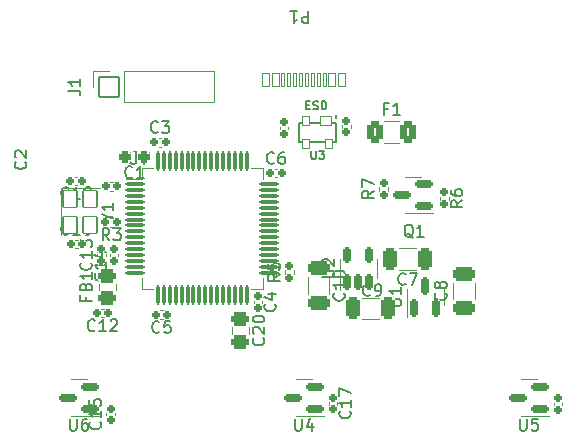
<source format=gbr>
%TF.GenerationSoftware,KiCad,Pcbnew,(7.0.0-0)*%
%TF.CreationDate,2023-04-23T13:28:51-05:00*%
%TF.ProjectId,STM32,53544d33-322e-46b6-9963-61645f706362,REV1*%
%TF.SameCoordinates,Original*%
%TF.FileFunction,Legend,Top*%
%TF.FilePolarity,Positive*%
%FSLAX46Y46*%
G04 Gerber Fmt 4.6, Leading zero omitted, Abs format (unit mm)*
G04 Created by KiCad (PCBNEW (7.0.0-0)) date 2023-04-23 13:28:51*
%MOMM*%
%LPD*%
G01*
G04 APERTURE LIST*
G04 Aperture macros list*
%AMRoundRect*
0 Rectangle with rounded corners*
0 $1 Rounding radius*
0 $2 $3 $4 $5 $6 $7 $8 $9 X,Y pos of 4 corners*
0 Add a 4 corners polygon primitive as box body*
4,1,4,$2,$3,$4,$5,$6,$7,$8,$9,$2,$3,0*
0 Add four circle primitives for the rounded corners*
1,1,$1+$1,$2,$3*
1,1,$1+$1,$4,$5*
1,1,$1+$1,$6,$7*
1,1,$1+$1,$8,$9*
0 Add four rect primitives between the rounded corners*
20,1,$1+$1,$2,$3,$4,$5,0*
20,1,$1+$1,$4,$5,$6,$7,0*
20,1,$1+$1,$6,$7,$8,$9,0*
20,1,$1+$1,$8,$9,$2,$3,0*%
G04 Aperture macros list end*
%ADD10C,0.150000*%
%ADD11C,0.120000*%
%ADD12RoundRect,0.301000X0.475000X-0.250000X0.475000X0.250000X-0.475000X0.250000X-0.475000X-0.250000X0*%
%ADD13RoundRect,0.276000X0.225000X0.250000X-0.225000X0.250000X-0.225000X-0.250000X0.225000X-0.250000X0*%
%ADD14RoundRect,0.191000X0.140000X0.170000X-0.140000X0.170000X-0.140000X-0.170000X0.140000X-0.170000X0*%
%ADD15RoundRect,0.191000X-0.140000X-0.170000X0.140000X-0.170000X0.140000X0.170000X-0.140000X0.170000X0*%
%ADD16RoundRect,0.186000X-0.185000X0.135000X-0.185000X-0.135000X0.185000X-0.135000X0.185000X0.135000X0*%
%ADD17RoundRect,0.051000X0.300000X0.575000X-0.300000X0.575000X-0.300000X-0.575000X0.300000X-0.575000X0*%
%ADD18RoundRect,0.051000X0.150000X0.575000X-0.150000X0.575000X-0.150000X-0.575000X0.150000X-0.575000X0*%
%ADD19O,1.102000X1.902000*%
%ADD20O,1.102000X2.302000*%
%ADD21RoundRect,0.201000X0.587500X0.150000X-0.587500X0.150000X-0.587500X-0.150000X0.587500X-0.150000X0*%
%ADD22RoundRect,0.201000X0.150000X-0.587500X0.150000X0.587500X-0.150000X0.587500X-0.150000X-0.587500X0*%
%ADD23RoundRect,0.051000X-0.600000X0.700000X-0.600000X-0.700000X0.600000X-0.700000X0.600000X0.700000X0*%
%ADD24RoundRect,0.050000X0.500000X0.350000X-0.500000X0.350000X-0.500000X-0.350000X0.500000X-0.350000X0*%
%ADD25RoundRect,0.050000X0.300000X0.350000X-0.300000X0.350000X-0.300000X-0.350000X0.300000X-0.350000X0*%
%ADD26RoundRect,0.301000X-0.325000X-0.650000X0.325000X-0.650000X0.325000X0.650000X-0.325000X0.650000X0*%
%ADD27RoundRect,0.191000X-0.170000X0.140000X-0.170000X-0.140000X0.170000X-0.140000X0.170000X0.140000X0*%
%ADD28RoundRect,0.301000X0.325000X0.650000X-0.325000X0.650000X-0.325000X-0.650000X0.325000X-0.650000X0*%
%ADD29RoundRect,0.191000X0.170000X-0.140000X0.170000X0.140000X-0.170000X0.140000X-0.170000X-0.140000X0*%
%ADD30RoundRect,0.301000X-0.650000X0.325000X-0.650000X-0.325000X0.650000X-0.325000X0.650000X0.325000X0*%
%ADD31RoundRect,0.186000X0.135000X0.185000X-0.135000X0.185000X-0.135000X-0.185000X0.135000X-0.185000X0*%
%ADD32RoundRect,0.186000X0.185000X-0.135000X0.185000X0.135000X-0.185000X0.135000X-0.185000X-0.135000X0*%
%ADD33RoundRect,0.301000X0.650000X-0.325000X0.650000X0.325000X-0.650000X0.325000X-0.650000X-0.325000X0*%
%ADD34RoundRect,0.126000X-0.700000X-0.075000X0.700000X-0.075000X0.700000X0.075000X-0.700000X0.075000X0*%
%ADD35RoundRect,0.126000X-0.075000X-0.700000X0.075000X-0.700000X0.075000X0.700000X-0.075000X0.700000X0*%
%ADD36RoundRect,0.051000X0.850000X-0.850000X0.850000X0.850000X-0.850000X0.850000X-0.850000X-0.850000X0*%
%ADD37O,1.802000X1.802000*%
%ADD38RoundRect,0.301000X-0.375000X-0.625000X0.375000X-0.625000X0.375000X0.625000X-0.375000X0.625000X0*%
%ADD39RoundRect,0.301000X-0.475000X0.250000X-0.475000X-0.250000X0.475000X-0.250000X0.475000X0.250000X0*%
%ADD40RoundRect,0.201000X0.150000X-0.512500X0.150000X0.512500X-0.150000X0.512500X-0.150000X-0.512500X0*%
%ADD41C,4.402000*%
%ADD42C,1.802000*%
%ADD43C,6.502000*%
G04 APERTURE END LIST*
D10*
%TO.C,FB1*%
X-18466429Y8576667D02*
X-18466429Y8243334D01*
X-17942620Y8243334D02*
X-18942620Y8243334D01*
X-18942620Y8243334D02*
X-18942620Y8719524D01*
X-18466429Y9433810D02*
X-18418810Y9576667D01*
X-18418810Y9576667D02*
X-18371191Y9624286D01*
X-18371191Y9624286D02*
X-18275953Y9671905D01*
X-18275953Y9671905D02*
X-18133096Y9671905D01*
X-18133096Y9671905D02*
X-18037858Y9624286D01*
X-18037858Y9624286D02*
X-17990239Y9576667D01*
X-17990239Y9576667D02*
X-17942620Y9481429D01*
X-17942620Y9481429D02*
X-17942620Y9100477D01*
X-17942620Y9100477D02*
X-18942620Y9100477D01*
X-18942620Y9100477D02*
X-18942620Y9433810D01*
X-18942620Y9433810D02*
X-18895000Y9529048D01*
X-18895000Y9529048D02*
X-18847381Y9576667D01*
X-18847381Y9576667D02*
X-18752143Y9624286D01*
X-18752143Y9624286D02*
X-18656905Y9624286D01*
X-18656905Y9624286D02*
X-18561667Y9576667D01*
X-18561667Y9576667D02*
X-18514048Y9529048D01*
X-18514048Y9529048D02*
X-18466429Y9433810D01*
X-18466429Y9433810D02*
X-18466429Y9100477D01*
X-17942620Y10624286D02*
X-17942620Y10052858D01*
X-17942620Y10338572D02*
X-18942620Y10338572D01*
X-18942620Y10338572D02*
X-18799762Y10243334D01*
X-18799762Y10243334D02*
X-18704524Y10148096D01*
X-18704524Y10148096D02*
X-18656905Y10052858D01*
%TO.C,C1*%
X-14516667Y18697858D02*
X-14564286Y18650239D01*
X-14564286Y18650239D02*
X-14707143Y18602620D01*
X-14707143Y18602620D02*
X-14802381Y18602620D01*
X-14802381Y18602620D02*
X-14945238Y18650239D01*
X-14945238Y18650239D02*
X-15040476Y18745477D01*
X-15040476Y18745477D02*
X-15088095Y18840715D01*
X-15088095Y18840715D02*
X-15135714Y19031191D01*
X-15135714Y19031191D02*
X-15135714Y19174048D01*
X-15135714Y19174048D02*
X-15088095Y19364524D01*
X-15088095Y19364524D02*
X-15040476Y19459762D01*
X-15040476Y19459762D02*
X-14945238Y19555000D01*
X-14945238Y19555000D02*
X-14802381Y19602620D01*
X-14802381Y19602620D02*
X-14707143Y19602620D01*
X-14707143Y19602620D02*
X-14564286Y19555000D01*
X-14564286Y19555000D02*
X-14516667Y19507381D01*
X-13564286Y18602620D02*
X-14135714Y18602620D01*
X-13850000Y18602620D02*
X-13850000Y19602620D01*
X-13850000Y19602620D02*
X-13945238Y19459762D01*
X-13945238Y19459762D02*
X-14040476Y19364524D01*
X-14040476Y19364524D02*
X-14135714Y19316905D01*
%TO.C,C12*%
X-17692858Y5742858D02*
X-17740477Y5695239D01*
X-17740477Y5695239D02*
X-17883334Y5647620D01*
X-17883334Y5647620D02*
X-17978572Y5647620D01*
X-17978572Y5647620D02*
X-18121429Y5695239D01*
X-18121429Y5695239D02*
X-18216667Y5790477D01*
X-18216667Y5790477D02*
X-18264286Y5885715D01*
X-18264286Y5885715D02*
X-18311905Y6076191D01*
X-18311905Y6076191D02*
X-18311905Y6219048D01*
X-18311905Y6219048D02*
X-18264286Y6409524D01*
X-18264286Y6409524D02*
X-18216667Y6504762D01*
X-18216667Y6504762D02*
X-18121429Y6600000D01*
X-18121429Y6600000D02*
X-17978572Y6647620D01*
X-17978572Y6647620D02*
X-17883334Y6647620D01*
X-17883334Y6647620D02*
X-17740477Y6600000D01*
X-17740477Y6600000D02*
X-17692858Y6552381D01*
X-16740477Y5647620D02*
X-17311905Y5647620D01*
X-17026191Y5647620D02*
X-17026191Y6647620D01*
X-17026191Y6647620D02*
X-17121429Y6504762D01*
X-17121429Y6504762D02*
X-17216667Y6409524D01*
X-17216667Y6409524D02*
X-17311905Y6361905D01*
X-16359524Y6552381D02*
X-16311905Y6600000D01*
X-16311905Y6600000D02*
X-16216667Y6647620D01*
X-16216667Y6647620D02*
X-15978572Y6647620D01*
X-15978572Y6647620D02*
X-15883334Y6600000D01*
X-15883334Y6600000D02*
X-15835715Y6552381D01*
X-15835715Y6552381D02*
X-15788096Y6457143D01*
X-15788096Y6457143D02*
X-15788096Y6361905D01*
X-15788096Y6361905D02*
X-15835715Y6219048D01*
X-15835715Y6219048D02*
X-16407143Y5647620D01*
X-16407143Y5647620D02*
X-15788096Y5647620D01*
%TO.C,C19*%
X-19912858Y13927858D02*
X-19960477Y13880239D01*
X-19960477Y13880239D02*
X-20103334Y13832620D01*
X-20103334Y13832620D02*
X-20198572Y13832620D01*
X-20198572Y13832620D02*
X-20341429Y13880239D01*
X-20341429Y13880239D02*
X-20436667Y13975477D01*
X-20436667Y13975477D02*
X-20484286Y14070715D01*
X-20484286Y14070715D02*
X-20531905Y14261191D01*
X-20531905Y14261191D02*
X-20531905Y14404048D01*
X-20531905Y14404048D02*
X-20484286Y14594524D01*
X-20484286Y14594524D02*
X-20436667Y14689762D01*
X-20436667Y14689762D02*
X-20341429Y14785000D01*
X-20341429Y14785000D02*
X-20198572Y14832620D01*
X-20198572Y14832620D02*
X-20103334Y14832620D01*
X-20103334Y14832620D02*
X-19960477Y14785000D01*
X-19960477Y14785000D02*
X-19912858Y14737381D01*
X-18960477Y13832620D02*
X-19531905Y13832620D01*
X-19246191Y13832620D02*
X-19246191Y14832620D01*
X-19246191Y14832620D02*
X-19341429Y14689762D01*
X-19341429Y14689762D02*
X-19436667Y14594524D01*
X-19436667Y14594524D02*
X-19531905Y14546905D01*
X-18484286Y13832620D02*
X-18293810Y13832620D01*
X-18293810Y13832620D02*
X-18198572Y13880239D01*
X-18198572Y13880239D02*
X-18150953Y13927858D01*
X-18150953Y13927858D02*
X-18055715Y14070715D01*
X-18055715Y14070715D02*
X-18008096Y14261191D01*
X-18008096Y14261191D02*
X-18008096Y14642143D01*
X-18008096Y14642143D02*
X-18055715Y14737381D01*
X-18055715Y14737381D02*
X-18103334Y14785000D01*
X-18103334Y14785000D02*
X-18198572Y14832620D01*
X-18198572Y14832620D02*
X-18389048Y14832620D01*
X-18389048Y14832620D02*
X-18484286Y14785000D01*
X-18484286Y14785000D02*
X-18531905Y14737381D01*
X-18531905Y14737381D02*
X-18579524Y14642143D01*
X-18579524Y14642143D02*
X-18579524Y14404048D01*
X-18579524Y14404048D02*
X-18531905Y14308810D01*
X-18531905Y14308810D02*
X-18484286Y14261191D01*
X-18484286Y14261191D02*
X-18389048Y14213572D01*
X-18389048Y14213572D02*
X-18198572Y14213572D01*
X-18198572Y14213572D02*
X-18103334Y14261191D01*
X-18103334Y14261191D02*
X-18055715Y14308810D01*
X-18055715Y14308810D02*
X-18008096Y14404048D01*
%TO.C,R6*%
X13414880Y16718334D02*
X12938690Y16385001D01*
X13414880Y16146906D02*
X12414880Y16146906D01*
X12414880Y16146906D02*
X12414880Y16527858D01*
X12414880Y16527858D02*
X12462500Y16623096D01*
X12462500Y16623096D02*
X12510119Y16670715D01*
X12510119Y16670715D02*
X12605357Y16718334D01*
X12605357Y16718334D02*
X12748214Y16718334D01*
X12748214Y16718334D02*
X12843452Y16670715D01*
X12843452Y16670715D02*
X12891071Y16623096D01*
X12891071Y16623096D02*
X12938690Y16527858D01*
X12938690Y16527858D02*
X12938690Y16146906D01*
X12414880Y17575477D02*
X12414880Y17385001D01*
X12414880Y17385001D02*
X12462500Y17289763D01*
X12462500Y17289763D02*
X12510119Y17242144D01*
X12510119Y17242144D02*
X12652976Y17146906D01*
X12652976Y17146906D02*
X12843452Y17099287D01*
X12843452Y17099287D02*
X13224404Y17099287D01*
X13224404Y17099287D02*
X13319642Y17146906D01*
X13319642Y17146906D02*
X13367261Y17194525D01*
X13367261Y17194525D02*
X13414880Y17289763D01*
X13414880Y17289763D02*
X13414880Y17480239D01*
X13414880Y17480239D02*
X13367261Y17575477D01*
X13367261Y17575477D02*
X13319642Y17623096D01*
X13319642Y17623096D02*
X13224404Y17670715D01*
X13224404Y17670715D02*
X12986309Y17670715D01*
X12986309Y17670715D02*
X12891071Y17623096D01*
X12891071Y17623096D02*
X12843452Y17575477D01*
X12843452Y17575477D02*
X12795833Y17480239D01*
X12795833Y17480239D02*
X12795833Y17289763D01*
X12795833Y17289763D02*
X12843452Y17194525D01*
X12843452Y17194525D02*
X12891071Y17146906D01*
X12891071Y17146906D02*
X12986309Y17099287D01*
%TO.C,P1*%
X388094Y32737381D02*
X388094Y31737381D01*
X388094Y31737381D02*
X7142Y31737381D01*
X7142Y31737381D02*
X-88096Y31785000D01*
X-88096Y31785000D02*
X-135715Y31832620D01*
X-135715Y31832620D02*
X-183334Y31927858D01*
X-183334Y31927858D02*
X-183334Y32070715D01*
X-183334Y32070715D02*
X-135715Y32165953D01*
X-135715Y32165953D02*
X-88096Y32213572D01*
X-88096Y32213572D02*
X7142Y32261191D01*
X7142Y32261191D02*
X388094Y32261191D01*
X-1135715Y32737381D02*
X-564287Y32737381D01*
X-850001Y32737381D02*
X-850001Y31737381D01*
X-850001Y31737381D02*
X-754763Y31880239D01*
X-754763Y31880239D02*
X-659525Y31975477D01*
X-659525Y31975477D02*
X-564287Y32023096D01*
%TO.C,C5*%
X-12226667Y5607858D02*
X-12274286Y5560239D01*
X-12274286Y5560239D02*
X-12417143Y5512620D01*
X-12417143Y5512620D02*
X-12512381Y5512620D01*
X-12512381Y5512620D02*
X-12655238Y5560239D01*
X-12655238Y5560239D02*
X-12750476Y5655477D01*
X-12750476Y5655477D02*
X-12798095Y5750715D01*
X-12798095Y5750715D02*
X-12845714Y5941191D01*
X-12845714Y5941191D02*
X-12845714Y6084048D01*
X-12845714Y6084048D02*
X-12798095Y6274524D01*
X-12798095Y6274524D02*
X-12750476Y6369762D01*
X-12750476Y6369762D02*
X-12655238Y6465000D01*
X-12655238Y6465000D02*
X-12512381Y6512620D01*
X-12512381Y6512620D02*
X-12417143Y6512620D01*
X-12417143Y6512620D02*
X-12274286Y6465000D01*
X-12274286Y6465000D02*
X-12226667Y6417381D01*
X-11321905Y6512620D02*
X-11798095Y6512620D01*
X-11798095Y6512620D02*
X-11845714Y6036429D01*
X-11845714Y6036429D02*
X-11798095Y6084048D01*
X-11798095Y6084048D02*
X-11702857Y6131667D01*
X-11702857Y6131667D02*
X-11464762Y6131667D01*
X-11464762Y6131667D02*
X-11369524Y6084048D01*
X-11369524Y6084048D02*
X-11321905Y6036429D01*
X-11321905Y6036429D02*
X-11274286Y5941191D01*
X-11274286Y5941191D02*
X-11274286Y5703096D01*
X-11274286Y5703096D02*
X-11321905Y5607858D01*
X-11321905Y5607858D02*
X-11369524Y5560239D01*
X-11369524Y5560239D02*
X-11464762Y5512620D01*
X-11464762Y5512620D02*
X-11702857Y5512620D01*
X-11702857Y5512620D02*
X-11798095Y5560239D01*
X-11798095Y5560239D02*
X-11845714Y5607858D01*
%TO.C,U5*%
X18288095Y-1767380D02*
X18288095Y-2576904D01*
X18288095Y-2576904D02*
X18335714Y-2672142D01*
X18335714Y-2672142D02*
X18383333Y-2719761D01*
X18383333Y-2719761D02*
X18478571Y-2767380D01*
X18478571Y-2767380D02*
X18669047Y-2767380D01*
X18669047Y-2767380D02*
X18764285Y-2719761D01*
X18764285Y-2719761D02*
X18811904Y-2672142D01*
X18811904Y-2672142D02*
X18859523Y-2576904D01*
X18859523Y-2576904D02*
X18859523Y-1767380D01*
X19811904Y-1767380D02*
X19335714Y-1767380D01*
X19335714Y-1767380D02*
X19288095Y-2243571D01*
X19288095Y-2243571D02*
X19335714Y-2195952D01*
X19335714Y-2195952D02*
X19430952Y-2148333D01*
X19430952Y-2148333D02*
X19669047Y-2148333D01*
X19669047Y-2148333D02*
X19764285Y-2195952D01*
X19764285Y-2195952D02*
X19811904Y-2243571D01*
X19811904Y-2243571D02*
X19859523Y-2338809D01*
X19859523Y-2338809D02*
X19859523Y-2576904D01*
X19859523Y-2576904D02*
X19811904Y-2672142D01*
X19811904Y-2672142D02*
X19764285Y-2719761D01*
X19764285Y-2719761D02*
X19669047Y-2767380D01*
X19669047Y-2767380D02*
X19430952Y-2767380D01*
X19430952Y-2767380D02*
X19335714Y-2719761D01*
X19335714Y-2719761D02*
X19288095Y-2672142D01*
%TO.C,U1*%
X7242380Y7788096D02*
X8051904Y7788096D01*
X8051904Y7788096D02*
X8147142Y7835715D01*
X8147142Y7835715D02*
X8194761Y7883334D01*
X8194761Y7883334D02*
X8242380Y7978572D01*
X8242380Y7978572D02*
X8242380Y8169048D01*
X8242380Y8169048D02*
X8194761Y8264286D01*
X8194761Y8264286D02*
X8147142Y8311905D01*
X8147142Y8311905D02*
X8051904Y8359524D01*
X8051904Y8359524D02*
X7242380Y8359524D01*
X8242380Y9359524D02*
X8242380Y8788096D01*
X8242380Y9073810D02*
X7242380Y9073810D01*
X7242380Y9073810D02*
X7385238Y8978572D01*
X7385238Y8978572D02*
X7480476Y8883334D01*
X7480476Y8883334D02*
X7528095Y8788096D01*
%TO.C,Y1*%
X-16608810Y15273810D02*
X-16132620Y15273810D01*
X-17132620Y14940477D02*
X-16608810Y15273810D01*
X-16608810Y15273810D02*
X-17132620Y15607143D01*
X-16132620Y16464286D02*
X-16132620Y15892858D01*
X-16132620Y16178572D02*
X-17132620Y16178572D01*
X-17132620Y16178572D02*
X-16989762Y16083334D01*
X-16989762Y16083334D02*
X-16894524Y15988096D01*
X-16894524Y15988096D02*
X-16846905Y15892858D01*
%TO.C,U3*%
X626666Y20922834D02*
X626666Y20356167D01*
X626666Y20356167D02*
X660000Y20289500D01*
X660000Y20289500D02*
X693333Y20256167D01*
X693333Y20256167D02*
X760000Y20222834D01*
X760000Y20222834D02*
X893333Y20222834D01*
X893333Y20222834D02*
X960000Y20256167D01*
X960000Y20256167D02*
X993333Y20289500D01*
X993333Y20289500D02*
X1026666Y20356167D01*
X1026666Y20356167D02*
X1026666Y20922834D01*
X1293333Y20922834D02*
X1726666Y20922834D01*
X1726666Y20922834D02*
X1493333Y20656167D01*
X1493333Y20656167D02*
X1593333Y20656167D01*
X1593333Y20656167D02*
X1659999Y20622834D01*
X1659999Y20622834D02*
X1693333Y20589500D01*
X1693333Y20589500D02*
X1726666Y20522834D01*
X1726666Y20522834D02*
X1726666Y20356167D01*
X1726666Y20356167D02*
X1693333Y20289500D01*
X1693333Y20289500D02*
X1659999Y20256167D01*
X1659999Y20256167D02*
X1593333Y20222834D01*
X1593333Y20222834D02*
X1393333Y20222834D01*
X1393333Y20222834D02*
X1326666Y20256167D01*
X1326666Y20256167D02*
X1293333Y20289500D01*
X211666Y24784500D02*
X445000Y24784500D01*
X545000Y24417834D02*
X211666Y24417834D01*
X211666Y24417834D02*
X211666Y25117834D01*
X211666Y25117834D02*
X545000Y25117834D01*
X811666Y24451167D02*
X911666Y24417834D01*
X911666Y24417834D02*
X1078333Y24417834D01*
X1078333Y24417834D02*
X1144999Y24451167D01*
X1144999Y24451167D02*
X1178333Y24484500D01*
X1178333Y24484500D02*
X1211666Y24551167D01*
X1211666Y24551167D02*
X1211666Y24617834D01*
X1211666Y24617834D02*
X1178333Y24684500D01*
X1178333Y24684500D02*
X1144999Y24717834D01*
X1144999Y24717834D02*
X1078333Y24751167D01*
X1078333Y24751167D02*
X944999Y24784500D01*
X944999Y24784500D02*
X878333Y24817834D01*
X878333Y24817834D02*
X844999Y24851167D01*
X844999Y24851167D02*
X811666Y24917834D01*
X811666Y24917834D02*
X811666Y24984500D01*
X811666Y24984500D02*
X844999Y25051167D01*
X844999Y25051167D02*
X878333Y25084500D01*
X878333Y25084500D02*
X944999Y25117834D01*
X944999Y25117834D02*
X1111666Y25117834D01*
X1111666Y25117834D02*
X1211666Y25084500D01*
X1511666Y24417834D02*
X1511666Y25117834D01*
X1511666Y25117834D02*
X1678333Y25117834D01*
X1678333Y25117834D02*
X1778333Y25084500D01*
X1778333Y25084500D02*
X1845000Y25017834D01*
X1845000Y25017834D02*
X1878333Y24951167D01*
X1878333Y24951167D02*
X1911666Y24817834D01*
X1911666Y24817834D02*
X1911666Y24717834D01*
X1911666Y24717834D02*
X1878333Y24584500D01*
X1878333Y24584500D02*
X1845000Y24517834D01*
X1845000Y24517834D02*
X1778333Y24451167D01*
X1778333Y24451167D02*
X1678333Y24417834D01*
X1678333Y24417834D02*
X1511666Y24417834D01*
%TO.C,C9*%
X5613333Y8735358D02*
X5565714Y8687739D01*
X5565714Y8687739D02*
X5422857Y8640120D01*
X5422857Y8640120D02*
X5327619Y8640120D01*
X5327619Y8640120D02*
X5184762Y8687739D01*
X5184762Y8687739D02*
X5089524Y8782977D01*
X5089524Y8782977D02*
X5041905Y8878215D01*
X5041905Y8878215D02*
X4994286Y9068691D01*
X4994286Y9068691D02*
X4994286Y9211548D01*
X4994286Y9211548D02*
X5041905Y9402024D01*
X5041905Y9402024D02*
X5089524Y9497262D01*
X5089524Y9497262D02*
X5184762Y9592500D01*
X5184762Y9592500D02*
X5327619Y9640120D01*
X5327619Y9640120D02*
X5422857Y9640120D01*
X5422857Y9640120D02*
X5565714Y9592500D01*
X5565714Y9592500D02*
X5613333Y9544881D01*
X6089524Y8640120D02*
X6280000Y8640120D01*
X6280000Y8640120D02*
X6375238Y8687739D01*
X6375238Y8687739D02*
X6422857Y8735358D01*
X6422857Y8735358D02*
X6518095Y8878215D01*
X6518095Y8878215D02*
X6565714Y9068691D01*
X6565714Y9068691D02*
X6565714Y9449643D01*
X6565714Y9449643D02*
X6518095Y9544881D01*
X6518095Y9544881D02*
X6470476Y9592500D01*
X6470476Y9592500D02*
X6375238Y9640120D01*
X6375238Y9640120D02*
X6184762Y9640120D01*
X6184762Y9640120D02*
X6089524Y9592500D01*
X6089524Y9592500D02*
X6041905Y9544881D01*
X6041905Y9544881D02*
X5994286Y9449643D01*
X5994286Y9449643D02*
X5994286Y9211548D01*
X5994286Y9211548D02*
X6041905Y9116310D01*
X6041905Y9116310D02*
X6089524Y9068691D01*
X6089524Y9068691D02*
X6184762Y9021072D01*
X6184762Y9021072D02*
X6375238Y9021072D01*
X6375238Y9021072D02*
X6470476Y9068691D01*
X6470476Y9068691D02*
X6518095Y9116310D01*
X6518095Y9116310D02*
X6565714Y9211548D01*
%TO.C,C2*%
X-23585184Y20003770D02*
X-23537565Y19956151D01*
X-23537565Y19956151D02*
X-23489946Y19813294D01*
X-23489946Y19813294D02*
X-23489946Y19718056D01*
X-23489946Y19718056D02*
X-23537565Y19575199D01*
X-23537565Y19575199D02*
X-23632803Y19479961D01*
X-23632803Y19479961D02*
X-23728041Y19432342D01*
X-23728041Y19432342D02*
X-23918517Y19384723D01*
X-23918517Y19384723D02*
X-24061374Y19384723D01*
X-24061374Y19384723D02*
X-24251850Y19432342D01*
X-24251850Y19432342D02*
X-24347088Y19479961D01*
X-24347088Y19479961D02*
X-24442326Y19575199D01*
X-24442326Y19575199D02*
X-24489946Y19718056D01*
X-24489946Y19718056D02*
X-24489946Y19813294D01*
X-24489946Y19813294D02*
X-24442326Y19956151D01*
X-24442326Y19956151D02*
X-24394707Y20003770D01*
X-24394707Y20384723D02*
X-24442326Y20432342D01*
X-24442326Y20432342D02*
X-24489946Y20527580D01*
X-24489946Y20527580D02*
X-24489946Y20765675D01*
X-24489946Y20765675D02*
X-24442326Y20860913D01*
X-24442326Y20860913D02*
X-24394707Y20908532D01*
X-24394707Y20908532D02*
X-24299469Y20956151D01*
X-24299469Y20956151D02*
X-24204231Y20956151D01*
X-24204231Y20956151D02*
X-24061374Y20908532D01*
X-24061374Y20908532D02*
X-23489946Y20337104D01*
X-23489946Y20337104D02*
X-23489946Y20956151D01*
%TO.C,C7*%
X8618333Y9655358D02*
X8570714Y9607739D01*
X8570714Y9607739D02*
X8427857Y9560120D01*
X8427857Y9560120D02*
X8332619Y9560120D01*
X8332619Y9560120D02*
X8189762Y9607739D01*
X8189762Y9607739D02*
X8094524Y9702977D01*
X8094524Y9702977D02*
X8046905Y9798215D01*
X8046905Y9798215D02*
X7999286Y9988691D01*
X7999286Y9988691D02*
X7999286Y10131548D01*
X7999286Y10131548D02*
X8046905Y10322024D01*
X8046905Y10322024D02*
X8094524Y10417262D01*
X8094524Y10417262D02*
X8189762Y10512500D01*
X8189762Y10512500D02*
X8332619Y10560120D01*
X8332619Y10560120D02*
X8427857Y10560120D01*
X8427857Y10560120D02*
X8570714Y10512500D01*
X8570714Y10512500D02*
X8618333Y10464881D01*
X8951667Y10560120D02*
X9618333Y10560120D01*
X9618333Y10560120D02*
X9189762Y9560120D01*
%TO.C,C15*%
X-17257858Y-2022857D02*
X-17210239Y-2070476D01*
X-17210239Y-2070476D02*
X-17162620Y-2213333D01*
X-17162620Y-2213333D02*
X-17162620Y-2308571D01*
X-17162620Y-2308571D02*
X-17210239Y-2451428D01*
X-17210239Y-2451428D02*
X-17305477Y-2546666D01*
X-17305477Y-2546666D02*
X-17400715Y-2594285D01*
X-17400715Y-2594285D02*
X-17591191Y-2641904D01*
X-17591191Y-2641904D02*
X-17734048Y-2641904D01*
X-17734048Y-2641904D02*
X-17924524Y-2594285D01*
X-17924524Y-2594285D02*
X-18019762Y-2546666D01*
X-18019762Y-2546666D02*
X-18115000Y-2451428D01*
X-18115000Y-2451428D02*
X-18162620Y-2308571D01*
X-18162620Y-2308571D02*
X-18162620Y-2213333D01*
X-18162620Y-2213333D02*
X-18115000Y-2070476D01*
X-18115000Y-2070476D02*
X-18067381Y-2022857D01*
X-17162620Y-1070476D02*
X-17162620Y-1641904D01*
X-17162620Y-1356190D02*
X-18162620Y-1356190D01*
X-18162620Y-1356190D02*
X-18019762Y-1451428D01*
X-18019762Y-1451428D02*
X-17924524Y-1546666D01*
X-17924524Y-1546666D02*
X-17876905Y-1641904D01*
X-18162620Y-165714D02*
X-18162620Y-641904D01*
X-18162620Y-641904D02*
X-17686429Y-689523D01*
X-17686429Y-689523D02*
X-17734048Y-641904D01*
X-17734048Y-641904D02*
X-17781667Y-546666D01*
X-17781667Y-546666D02*
X-17781667Y-308571D01*
X-17781667Y-308571D02*
X-17734048Y-213333D01*
X-17734048Y-213333D02*
X-17686429Y-165714D01*
X-17686429Y-165714D02*
X-17591191Y-118095D01*
X-17591191Y-118095D02*
X-17353096Y-118095D01*
X-17353096Y-118095D02*
X-17257858Y-165714D01*
X-17257858Y-165714D02*
X-17210239Y-213333D01*
X-17210239Y-213333D02*
X-17162620Y-308571D01*
X-17162620Y-308571D02*
X-17162620Y-546666D01*
X-17162620Y-546666D02*
X-17210239Y-641904D01*
X-17210239Y-641904D02*
X-17257858Y-689523D01*
%TO.C,C14*%
X-16817858Y10547143D02*
X-16770239Y10499524D01*
X-16770239Y10499524D02*
X-16722620Y10356667D01*
X-16722620Y10356667D02*
X-16722620Y10261429D01*
X-16722620Y10261429D02*
X-16770239Y10118572D01*
X-16770239Y10118572D02*
X-16865477Y10023334D01*
X-16865477Y10023334D02*
X-16960715Y9975715D01*
X-16960715Y9975715D02*
X-17151191Y9928096D01*
X-17151191Y9928096D02*
X-17294048Y9928096D01*
X-17294048Y9928096D02*
X-17484524Y9975715D01*
X-17484524Y9975715D02*
X-17579762Y10023334D01*
X-17579762Y10023334D02*
X-17675000Y10118572D01*
X-17675000Y10118572D02*
X-17722620Y10261429D01*
X-17722620Y10261429D02*
X-17722620Y10356667D01*
X-17722620Y10356667D02*
X-17675000Y10499524D01*
X-17675000Y10499524D02*
X-17627381Y10547143D01*
X-16722620Y11499524D02*
X-16722620Y10928096D01*
X-16722620Y11213810D02*
X-17722620Y11213810D01*
X-17722620Y11213810D02*
X-17579762Y11118572D01*
X-17579762Y11118572D02*
X-17484524Y11023334D01*
X-17484524Y11023334D02*
X-17436905Y10928096D01*
X-17389286Y12356667D02*
X-16722620Y12356667D01*
X-17770239Y12118572D02*
X-17055953Y11880477D01*
X-17055953Y11880477D02*
X-17055953Y12499524D01*
%TO.C,C10*%
X3369955Y8863330D02*
X3417574Y8815711D01*
X3417574Y8815711D02*
X3465193Y8672854D01*
X3465193Y8672854D02*
X3465193Y8577616D01*
X3465193Y8577616D02*
X3417574Y8434759D01*
X3417574Y8434759D02*
X3322336Y8339521D01*
X3322336Y8339521D02*
X3227098Y8291902D01*
X3227098Y8291902D02*
X3036622Y8244283D01*
X3036622Y8244283D02*
X2893765Y8244283D01*
X2893765Y8244283D02*
X2703289Y8291902D01*
X2703289Y8291902D02*
X2608051Y8339521D01*
X2608051Y8339521D02*
X2512813Y8434759D01*
X2512813Y8434759D02*
X2465193Y8577616D01*
X2465193Y8577616D02*
X2465193Y8672854D01*
X2465193Y8672854D02*
X2512813Y8815711D01*
X2512813Y8815711D02*
X2560432Y8863330D01*
X3465193Y9815711D02*
X3465193Y9244283D01*
X3465193Y9529997D02*
X2465193Y9529997D01*
X2465193Y9529997D02*
X2608051Y9434759D01*
X2608051Y9434759D02*
X2703289Y9339521D01*
X2703289Y9339521D02*
X2750908Y9244283D01*
X2465193Y10434759D02*
X2465193Y10529997D01*
X2465193Y10529997D02*
X2512813Y10625235D01*
X2512813Y10625235D02*
X2560432Y10672854D01*
X2560432Y10672854D02*
X2655670Y10720473D01*
X2655670Y10720473D02*
X2846146Y10768092D01*
X2846146Y10768092D02*
X3084241Y10768092D01*
X3084241Y10768092D02*
X3274717Y10720473D01*
X3274717Y10720473D02*
X3369955Y10672854D01*
X3369955Y10672854D02*
X3417574Y10625235D01*
X3417574Y10625235D02*
X3465193Y10529997D01*
X3465193Y10529997D02*
X3465193Y10434759D01*
X3465193Y10434759D02*
X3417574Y10339521D01*
X3417574Y10339521D02*
X3369955Y10291902D01*
X3369955Y10291902D02*
X3274717Y10244283D01*
X3274717Y10244283D02*
X3084241Y10196664D01*
X3084241Y10196664D02*
X2846146Y10196664D01*
X2846146Y10196664D02*
X2655670Y10244283D01*
X2655670Y10244283D02*
X2560432Y10291902D01*
X2560432Y10291902D02*
X2512813Y10339521D01*
X2512813Y10339521D02*
X2465193Y10434759D01*
%TO.C,C3*%
X-12361667Y22517858D02*
X-12409286Y22470239D01*
X-12409286Y22470239D02*
X-12552143Y22422620D01*
X-12552143Y22422620D02*
X-12647381Y22422620D01*
X-12647381Y22422620D02*
X-12790238Y22470239D01*
X-12790238Y22470239D02*
X-12885476Y22565477D01*
X-12885476Y22565477D02*
X-12933095Y22660715D01*
X-12933095Y22660715D02*
X-12980714Y22851191D01*
X-12980714Y22851191D02*
X-12980714Y22994048D01*
X-12980714Y22994048D02*
X-12933095Y23184524D01*
X-12933095Y23184524D02*
X-12885476Y23279762D01*
X-12885476Y23279762D02*
X-12790238Y23375000D01*
X-12790238Y23375000D02*
X-12647381Y23422620D01*
X-12647381Y23422620D02*
X-12552143Y23422620D01*
X-12552143Y23422620D02*
X-12409286Y23375000D01*
X-12409286Y23375000D02*
X-12361667Y23327381D01*
X-12028333Y23422620D02*
X-11409286Y23422620D01*
X-11409286Y23422620D02*
X-11742619Y23041667D01*
X-11742619Y23041667D02*
X-11599762Y23041667D01*
X-11599762Y23041667D02*
X-11504524Y22994048D01*
X-11504524Y22994048D02*
X-11456905Y22946429D01*
X-11456905Y22946429D02*
X-11409286Y22851191D01*
X-11409286Y22851191D02*
X-11409286Y22613096D01*
X-11409286Y22613096D02*
X-11456905Y22517858D01*
X-11456905Y22517858D02*
X-11504524Y22470239D01*
X-11504524Y22470239D02*
X-11599762Y22422620D01*
X-11599762Y22422620D02*
X-11885476Y22422620D01*
X-11885476Y22422620D02*
X-11980714Y22470239D01*
X-11980714Y22470239D02*
X-12028333Y22517858D01*
%TO.C,R3*%
X-16466667Y13352620D02*
X-16800000Y13828810D01*
X-17038095Y13352620D02*
X-17038095Y14352620D01*
X-17038095Y14352620D02*
X-16657143Y14352620D01*
X-16657143Y14352620D02*
X-16561905Y14305000D01*
X-16561905Y14305000D02*
X-16514286Y14257381D01*
X-16514286Y14257381D02*
X-16466667Y14162143D01*
X-16466667Y14162143D02*
X-16466667Y14019286D01*
X-16466667Y14019286D02*
X-16514286Y13924048D01*
X-16514286Y13924048D02*
X-16561905Y13876429D01*
X-16561905Y13876429D02*
X-16657143Y13828810D01*
X-16657143Y13828810D02*
X-17038095Y13828810D01*
X-16133333Y14352620D02*
X-15514286Y14352620D01*
X-15514286Y14352620D02*
X-15847619Y13971667D01*
X-15847619Y13971667D02*
X-15704762Y13971667D01*
X-15704762Y13971667D02*
X-15609524Y13924048D01*
X-15609524Y13924048D02*
X-15561905Y13876429D01*
X-15561905Y13876429D02*
X-15514286Y13781191D01*
X-15514286Y13781191D02*
X-15514286Y13543096D01*
X-15514286Y13543096D02*
X-15561905Y13447858D01*
X-15561905Y13447858D02*
X-15609524Y13400239D01*
X-15609524Y13400239D02*
X-15704762Y13352620D01*
X-15704762Y13352620D02*
X-15990476Y13352620D01*
X-15990476Y13352620D02*
X-16085714Y13400239D01*
X-16085714Y13400239D02*
X-16133333Y13447858D01*
%TO.C,R7*%
X5947380Y17533334D02*
X5471190Y17200001D01*
X5947380Y16961906D02*
X4947380Y16961906D01*
X4947380Y16961906D02*
X4947380Y17342858D01*
X4947380Y17342858D02*
X4995000Y17438096D01*
X4995000Y17438096D02*
X5042619Y17485715D01*
X5042619Y17485715D02*
X5137857Y17533334D01*
X5137857Y17533334D02*
X5280714Y17533334D01*
X5280714Y17533334D02*
X5375952Y17485715D01*
X5375952Y17485715D02*
X5423571Y17438096D01*
X5423571Y17438096D02*
X5471190Y17342858D01*
X5471190Y17342858D02*
X5471190Y16961906D01*
X4947380Y17866668D02*
X4947380Y18533334D01*
X4947380Y18533334D02*
X5947380Y18104763D01*
%TO.C,U4*%
X-761905Y-1767380D02*
X-761905Y-2576904D01*
X-761905Y-2576904D02*
X-714286Y-2672142D01*
X-714286Y-2672142D02*
X-666667Y-2719761D01*
X-666667Y-2719761D02*
X-571429Y-2767380D01*
X-571429Y-2767380D02*
X-380953Y-2767380D01*
X-380953Y-2767380D02*
X-285715Y-2719761D01*
X-285715Y-2719761D02*
X-238096Y-2672142D01*
X-238096Y-2672142D02*
X-190477Y-2576904D01*
X-190477Y-2576904D02*
X-190477Y-1767380D01*
X714285Y-2100714D02*
X714285Y-2767380D01*
X476190Y-1719761D02*
X238095Y-2434047D01*
X238095Y-2434047D02*
X857142Y-2434047D01*
%TO.C,C6*%
X-2536667Y19907858D02*
X-2584286Y19860239D01*
X-2584286Y19860239D02*
X-2727143Y19812620D01*
X-2727143Y19812620D02*
X-2822381Y19812620D01*
X-2822381Y19812620D02*
X-2965238Y19860239D01*
X-2965238Y19860239D02*
X-3060476Y19955477D01*
X-3060476Y19955477D02*
X-3108095Y20050715D01*
X-3108095Y20050715D02*
X-3155714Y20241191D01*
X-3155714Y20241191D02*
X-3155714Y20384048D01*
X-3155714Y20384048D02*
X-3108095Y20574524D01*
X-3108095Y20574524D02*
X-3060476Y20669762D01*
X-3060476Y20669762D02*
X-2965238Y20765000D01*
X-2965238Y20765000D02*
X-2822381Y20812620D01*
X-2822381Y20812620D02*
X-2727143Y20812620D01*
X-2727143Y20812620D02*
X-2584286Y20765000D01*
X-2584286Y20765000D02*
X-2536667Y20717381D01*
X-1679524Y20812620D02*
X-1870000Y20812620D01*
X-1870000Y20812620D02*
X-1965238Y20765000D01*
X-1965238Y20765000D02*
X-2012857Y20717381D01*
X-2012857Y20717381D02*
X-2108095Y20574524D01*
X-2108095Y20574524D02*
X-2155714Y20384048D01*
X-2155714Y20384048D02*
X-2155714Y20003096D01*
X-2155714Y20003096D02*
X-2108095Y19907858D01*
X-2108095Y19907858D02*
X-2060476Y19860239D01*
X-2060476Y19860239D02*
X-1965238Y19812620D01*
X-1965238Y19812620D02*
X-1774762Y19812620D01*
X-1774762Y19812620D02*
X-1679524Y19860239D01*
X-1679524Y19860239D02*
X-1631905Y19907858D01*
X-1631905Y19907858D02*
X-1584286Y20003096D01*
X-1584286Y20003096D02*
X-1584286Y20241191D01*
X-1584286Y20241191D02*
X-1631905Y20336429D01*
X-1631905Y20336429D02*
X-1679524Y20384048D01*
X-1679524Y20384048D02*
X-1774762Y20431667D01*
X-1774762Y20431667D02*
X-1965238Y20431667D01*
X-1965238Y20431667D02*
X-2060476Y20384048D01*
X-2060476Y20384048D02*
X-2108095Y20336429D01*
X-2108095Y20336429D02*
X-2155714Y20241191D01*
%TO.C,C17*%
X3882142Y-1112857D02*
X3929761Y-1160476D01*
X3929761Y-1160476D02*
X3977380Y-1303333D01*
X3977380Y-1303333D02*
X3977380Y-1398571D01*
X3977380Y-1398571D02*
X3929761Y-1541428D01*
X3929761Y-1541428D02*
X3834523Y-1636666D01*
X3834523Y-1636666D02*
X3739285Y-1684285D01*
X3739285Y-1684285D02*
X3548809Y-1731904D01*
X3548809Y-1731904D02*
X3405952Y-1731904D01*
X3405952Y-1731904D02*
X3215476Y-1684285D01*
X3215476Y-1684285D02*
X3120238Y-1636666D01*
X3120238Y-1636666D02*
X3025000Y-1541428D01*
X3025000Y-1541428D02*
X2977380Y-1398571D01*
X2977380Y-1398571D02*
X2977380Y-1303333D01*
X2977380Y-1303333D02*
X3025000Y-1160476D01*
X3025000Y-1160476D02*
X3072619Y-1112857D01*
X3977380Y-160476D02*
X3977380Y-731904D01*
X3977380Y-446190D02*
X2977380Y-446190D01*
X2977380Y-446190D02*
X3120238Y-541428D01*
X3120238Y-541428D02*
X3215476Y-636666D01*
X3215476Y-636666D02*
X3263095Y-731904D01*
X2977380Y172858D02*
X2977380Y839524D01*
X2977380Y839524D02*
X3977380Y410953D01*
%TO.C,C8*%
X11992142Y8883334D02*
X12039761Y8835715D01*
X12039761Y8835715D02*
X12087380Y8692858D01*
X12087380Y8692858D02*
X12087380Y8597620D01*
X12087380Y8597620D02*
X12039761Y8454763D01*
X12039761Y8454763D02*
X11944523Y8359525D01*
X11944523Y8359525D02*
X11849285Y8311906D01*
X11849285Y8311906D02*
X11658809Y8264287D01*
X11658809Y8264287D02*
X11515952Y8264287D01*
X11515952Y8264287D02*
X11325476Y8311906D01*
X11325476Y8311906D02*
X11230238Y8359525D01*
X11230238Y8359525D02*
X11135000Y8454763D01*
X11135000Y8454763D02*
X11087380Y8597620D01*
X11087380Y8597620D02*
X11087380Y8692858D01*
X11087380Y8692858D02*
X11135000Y8835715D01*
X11135000Y8835715D02*
X11182619Y8883334D01*
X11515952Y9454763D02*
X11468333Y9359525D01*
X11468333Y9359525D02*
X11420714Y9311906D01*
X11420714Y9311906D02*
X11325476Y9264287D01*
X11325476Y9264287D02*
X11277857Y9264287D01*
X11277857Y9264287D02*
X11182619Y9311906D01*
X11182619Y9311906D02*
X11135000Y9359525D01*
X11135000Y9359525D02*
X11087380Y9454763D01*
X11087380Y9454763D02*
X11087380Y9645239D01*
X11087380Y9645239D02*
X11135000Y9740477D01*
X11135000Y9740477D02*
X11182619Y9788096D01*
X11182619Y9788096D02*
X11277857Y9835715D01*
X11277857Y9835715D02*
X11325476Y9835715D01*
X11325476Y9835715D02*
X11420714Y9788096D01*
X11420714Y9788096D02*
X11468333Y9740477D01*
X11468333Y9740477D02*
X11515952Y9645239D01*
X11515952Y9645239D02*
X11515952Y9454763D01*
X11515952Y9454763D02*
X11563571Y9359525D01*
X11563571Y9359525D02*
X11611190Y9311906D01*
X11611190Y9311906D02*
X11706428Y9264287D01*
X11706428Y9264287D02*
X11896904Y9264287D01*
X11896904Y9264287D02*
X11992142Y9311906D01*
X11992142Y9311906D02*
X12039761Y9359525D01*
X12039761Y9359525D02*
X12087380Y9454763D01*
X12087380Y9454763D02*
X12087380Y9645239D01*
X12087380Y9645239D02*
X12039761Y9740477D01*
X12039761Y9740477D02*
X11992142Y9788096D01*
X11992142Y9788096D02*
X11896904Y9835715D01*
X11896904Y9835715D02*
X11706428Y9835715D01*
X11706428Y9835715D02*
X11611190Y9788096D01*
X11611190Y9788096D02*
X11563571Y9740477D01*
X11563571Y9740477D02*
X11515952Y9645239D01*
%TO.C,U6*%
X-19811905Y-1767380D02*
X-19811905Y-2576904D01*
X-19811905Y-2576904D02*
X-19764286Y-2672142D01*
X-19764286Y-2672142D02*
X-19716667Y-2719761D01*
X-19716667Y-2719761D02*
X-19621429Y-2767380D01*
X-19621429Y-2767380D02*
X-19430953Y-2767380D01*
X-19430953Y-2767380D02*
X-19335715Y-2719761D01*
X-19335715Y-2719761D02*
X-19288096Y-2672142D01*
X-19288096Y-2672142D02*
X-19240477Y-2576904D01*
X-19240477Y-2576904D02*
X-19240477Y-1767380D01*
X-18335715Y-1767380D02*
X-18526191Y-1767380D01*
X-18526191Y-1767380D02*
X-18621429Y-1815000D01*
X-18621429Y-1815000D02*
X-18669048Y-1862619D01*
X-18669048Y-1862619D02*
X-18764286Y-2005476D01*
X-18764286Y-2005476D02*
X-18811905Y-2195952D01*
X-18811905Y-2195952D02*
X-18811905Y-2576904D01*
X-18811905Y-2576904D02*
X-18764286Y-2672142D01*
X-18764286Y-2672142D02*
X-18716667Y-2719761D01*
X-18716667Y-2719761D02*
X-18621429Y-2767380D01*
X-18621429Y-2767380D02*
X-18430953Y-2767380D01*
X-18430953Y-2767380D02*
X-18335715Y-2719761D01*
X-18335715Y-2719761D02*
X-18288096Y-2672142D01*
X-18288096Y-2672142D02*
X-18240477Y-2576904D01*
X-18240477Y-2576904D02*
X-18240477Y-2338809D01*
X-18240477Y-2338809D02*
X-18288096Y-2243571D01*
X-18288096Y-2243571D02*
X-18335715Y-2195952D01*
X-18335715Y-2195952D02*
X-18430953Y-2148333D01*
X-18430953Y-2148333D02*
X-18621429Y-2148333D01*
X-18621429Y-2148333D02*
X-18716667Y-2195952D01*
X-18716667Y-2195952D02*
X-18764286Y-2243571D01*
X-18764286Y-2243571D02*
X-18811905Y-2338809D01*
%TO.C,R5*%
X-2052620Y10473334D02*
X-2528810Y10140001D01*
X-2052620Y9901906D02*
X-3052620Y9901906D01*
X-3052620Y9901906D02*
X-3052620Y10282858D01*
X-3052620Y10282858D02*
X-3005000Y10378096D01*
X-3005000Y10378096D02*
X-2957381Y10425715D01*
X-2957381Y10425715D02*
X-2862143Y10473334D01*
X-2862143Y10473334D02*
X-2719286Y10473334D01*
X-2719286Y10473334D02*
X-2624048Y10425715D01*
X-2624048Y10425715D02*
X-2576429Y10378096D01*
X-2576429Y10378096D02*
X-2528810Y10282858D01*
X-2528810Y10282858D02*
X-2528810Y9901906D01*
X-3052620Y11378096D02*
X-3052620Y10901906D01*
X-3052620Y10901906D02*
X-2576429Y10854287D01*
X-2576429Y10854287D02*
X-2624048Y10901906D01*
X-2624048Y10901906D02*
X-2671667Y10997144D01*
X-2671667Y10997144D02*
X-2671667Y11235239D01*
X-2671667Y11235239D02*
X-2624048Y11330477D01*
X-2624048Y11330477D02*
X-2576429Y11378096D01*
X-2576429Y11378096D02*
X-2481191Y11425715D01*
X-2481191Y11425715D02*
X-2243096Y11425715D01*
X-2243096Y11425715D02*
X-2147858Y11378096D01*
X-2147858Y11378096D02*
X-2100239Y11330477D01*
X-2100239Y11330477D02*
X-2052620Y11235239D01*
X-2052620Y11235239D02*
X-2052620Y10997144D01*
X-2052620Y10997144D02*
X-2100239Y10901906D01*
X-2100239Y10901906D02*
X-2147858Y10854287D01*
%TO.C,C13*%
X-18037858Y11457143D02*
X-17990239Y11409524D01*
X-17990239Y11409524D02*
X-17942620Y11266667D01*
X-17942620Y11266667D02*
X-17942620Y11171429D01*
X-17942620Y11171429D02*
X-17990239Y11028572D01*
X-17990239Y11028572D02*
X-18085477Y10933334D01*
X-18085477Y10933334D02*
X-18180715Y10885715D01*
X-18180715Y10885715D02*
X-18371191Y10838096D01*
X-18371191Y10838096D02*
X-18514048Y10838096D01*
X-18514048Y10838096D02*
X-18704524Y10885715D01*
X-18704524Y10885715D02*
X-18799762Y10933334D01*
X-18799762Y10933334D02*
X-18895000Y11028572D01*
X-18895000Y11028572D02*
X-18942620Y11171429D01*
X-18942620Y11171429D02*
X-18942620Y11266667D01*
X-18942620Y11266667D02*
X-18895000Y11409524D01*
X-18895000Y11409524D02*
X-18847381Y11457143D01*
X-17942620Y12409524D02*
X-17942620Y11838096D01*
X-17942620Y12123810D02*
X-18942620Y12123810D01*
X-18942620Y12123810D02*
X-18799762Y12028572D01*
X-18799762Y12028572D02*
X-18704524Y11933334D01*
X-18704524Y11933334D02*
X-18656905Y11838096D01*
X-18942620Y12742858D02*
X-18942620Y13361905D01*
X-18942620Y13361905D02*
X-18561667Y13028572D01*
X-18561667Y13028572D02*
X-18561667Y13171429D01*
X-18561667Y13171429D02*
X-18514048Y13266667D01*
X-18514048Y13266667D02*
X-18466429Y13314286D01*
X-18466429Y13314286D02*
X-18371191Y13361905D01*
X-18371191Y13361905D02*
X-18133096Y13361905D01*
X-18133096Y13361905D02*
X-18037858Y13314286D01*
X-18037858Y13314286D02*
X-17990239Y13266667D01*
X-17990239Y13266667D02*
X-17942620Y13171429D01*
X-17942620Y13171429D02*
X-17942620Y12885715D01*
X-17942620Y12885715D02*
X-17990239Y12790477D01*
X-17990239Y12790477D02*
X-18037858Y12742858D01*
%TO.C,C18*%
X-19922858Y16917858D02*
X-19970477Y16870239D01*
X-19970477Y16870239D02*
X-20113334Y16822620D01*
X-20113334Y16822620D02*
X-20208572Y16822620D01*
X-20208572Y16822620D02*
X-20351429Y16870239D01*
X-20351429Y16870239D02*
X-20446667Y16965477D01*
X-20446667Y16965477D02*
X-20494286Y17060715D01*
X-20494286Y17060715D02*
X-20541905Y17251191D01*
X-20541905Y17251191D02*
X-20541905Y17394048D01*
X-20541905Y17394048D02*
X-20494286Y17584524D01*
X-20494286Y17584524D02*
X-20446667Y17679762D01*
X-20446667Y17679762D02*
X-20351429Y17775000D01*
X-20351429Y17775000D02*
X-20208572Y17822620D01*
X-20208572Y17822620D02*
X-20113334Y17822620D01*
X-20113334Y17822620D02*
X-19970477Y17775000D01*
X-19970477Y17775000D02*
X-19922858Y17727381D01*
X-18970477Y16822620D02*
X-19541905Y16822620D01*
X-19256191Y16822620D02*
X-19256191Y17822620D01*
X-19256191Y17822620D02*
X-19351429Y17679762D01*
X-19351429Y17679762D02*
X-19446667Y17584524D01*
X-19446667Y17584524D02*
X-19541905Y17536905D01*
X-18399048Y17394048D02*
X-18494286Y17441667D01*
X-18494286Y17441667D02*
X-18541905Y17489286D01*
X-18541905Y17489286D02*
X-18589524Y17584524D01*
X-18589524Y17584524D02*
X-18589524Y17632143D01*
X-18589524Y17632143D02*
X-18541905Y17727381D01*
X-18541905Y17727381D02*
X-18494286Y17775000D01*
X-18494286Y17775000D02*
X-18399048Y17822620D01*
X-18399048Y17822620D02*
X-18208572Y17822620D01*
X-18208572Y17822620D02*
X-18113334Y17775000D01*
X-18113334Y17775000D02*
X-18065715Y17727381D01*
X-18065715Y17727381D02*
X-18018096Y17632143D01*
X-18018096Y17632143D02*
X-18018096Y17584524D01*
X-18018096Y17584524D02*
X-18065715Y17489286D01*
X-18065715Y17489286D02*
X-18113334Y17441667D01*
X-18113334Y17441667D02*
X-18208572Y17394048D01*
X-18208572Y17394048D02*
X-18399048Y17394048D01*
X-18399048Y17394048D02*
X-18494286Y17346429D01*
X-18494286Y17346429D02*
X-18541905Y17298810D01*
X-18541905Y17298810D02*
X-18589524Y17203572D01*
X-18589524Y17203572D02*
X-18589524Y17013096D01*
X-18589524Y17013096D02*
X-18541905Y16917858D01*
X-18541905Y16917858D02*
X-18494286Y16870239D01*
X-18494286Y16870239D02*
X-18399048Y16822620D01*
X-18399048Y16822620D02*
X-18208572Y16822620D01*
X-18208572Y16822620D02*
X-18113334Y16870239D01*
X-18113334Y16870239D02*
X-18065715Y16917858D01*
X-18065715Y16917858D02*
X-18018096Y17013096D01*
X-18018096Y17013096D02*
X-18018096Y17203572D01*
X-18018096Y17203572D02*
X-18065715Y17298810D01*
X-18065715Y17298810D02*
X-18113334Y17346429D01*
X-18113334Y17346429D02*
X-18208572Y17394048D01*
%TO.C,C4*%
X-2457858Y7944375D02*
X-2410239Y7896756D01*
X-2410239Y7896756D02*
X-2362620Y7753899D01*
X-2362620Y7753899D02*
X-2362620Y7658661D01*
X-2362620Y7658661D02*
X-2410239Y7515804D01*
X-2410239Y7515804D02*
X-2505477Y7420566D01*
X-2505477Y7420566D02*
X-2600715Y7372947D01*
X-2600715Y7372947D02*
X-2791191Y7325328D01*
X-2791191Y7325328D02*
X-2934048Y7325328D01*
X-2934048Y7325328D02*
X-3124524Y7372947D01*
X-3124524Y7372947D02*
X-3219762Y7420566D01*
X-3219762Y7420566D02*
X-3315000Y7515804D01*
X-3315000Y7515804D02*
X-3362620Y7658661D01*
X-3362620Y7658661D02*
X-3362620Y7753899D01*
X-3362620Y7753899D02*
X-3315000Y7896756D01*
X-3315000Y7896756D02*
X-3267381Y7944375D01*
X-3029286Y8801518D02*
X-2362620Y8801518D01*
X-3410239Y8563423D02*
X-2695953Y8325328D01*
X-2695953Y8325328D02*
X-2695953Y8944375D01*
%TO.C,Q1*%
X9254761Y13562381D02*
X9159523Y13610000D01*
X9159523Y13610000D02*
X9064285Y13705239D01*
X9064285Y13705239D02*
X8921428Y13848096D01*
X8921428Y13848096D02*
X8826190Y13895715D01*
X8826190Y13895715D02*
X8730952Y13895715D01*
X8778571Y13657620D02*
X8683333Y13705239D01*
X8683333Y13705239D02*
X8588095Y13800477D01*
X8588095Y13800477D02*
X8540476Y13990953D01*
X8540476Y13990953D02*
X8540476Y14324286D01*
X8540476Y14324286D02*
X8588095Y14514762D01*
X8588095Y14514762D02*
X8683333Y14610000D01*
X8683333Y14610000D02*
X8778571Y14657620D01*
X8778571Y14657620D02*
X8969047Y14657620D01*
X8969047Y14657620D02*
X9064285Y14610000D01*
X9064285Y14610000D02*
X9159523Y14514762D01*
X9159523Y14514762D02*
X9207142Y14324286D01*
X9207142Y14324286D02*
X9207142Y13990953D01*
X9207142Y13990953D02*
X9159523Y13800477D01*
X9159523Y13800477D02*
X9064285Y13705239D01*
X9064285Y13705239D02*
X8969047Y13657620D01*
X8969047Y13657620D02*
X8778571Y13657620D01*
X10159523Y13657620D02*
X9588095Y13657620D01*
X9873809Y13657620D02*
X9873809Y14657620D01*
X9873809Y14657620D02*
X9778571Y14514762D01*
X9778571Y14514762D02*
X9683333Y14419524D01*
X9683333Y14419524D02*
X9588095Y14371905D01*
%TO.C,U7*%
X-14751905Y20807620D02*
X-14751905Y19998096D01*
X-14751905Y19998096D02*
X-14704286Y19902858D01*
X-14704286Y19902858D02*
X-14656667Y19855239D01*
X-14656667Y19855239D02*
X-14561429Y19807620D01*
X-14561429Y19807620D02*
X-14370953Y19807620D01*
X-14370953Y19807620D02*
X-14275715Y19855239D01*
X-14275715Y19855239D02*
X-14228096Y19902858D01*
X-14228096Y19902858D02*
X-14180477Y19998096D01*
X-14180477Y19998096D02*
X-14180477Y20807620D01*
X-13799524Y20807620D02*
X-13132858Y20807620D01*
X-13132858Y20807620D02*
X-13561429Y19807620D01*
%TO.C,J1*%
X-19932620Y26016667D02*
X-19218334Y26016667D01*
X-19218334Y26016667D02*
X-19075477Y25969048D01*
X-19075477Y25969048D02*
X-18980239Y25873810D01*
X-18980239Y25873810D02*
X-18932620Y25730953D01*
X-18932620Y25730953D02*
X-18932620Y25635715D01*
X-18932620Y27016667D02*
X-18932620Y26445239D01*
X-18932620Y26730953D02*
X-19932620Y26730953D01*
X-19932620Y26730953D02*
X-19789762Y26635715D01*
X-19789762Y26635715D02*
X-19694524Y26540477D01*
X-19694524Y26540477D02*
X-19646905Y26445239D01*
%TO.C,F1*%
X7086666Y24496429D02*
X6753333Y24496429D01*
X6753333Y23972620D02*
X6753333Y24972620D01*
X6753333Y24972620D02*
X7229523Y24972620D01*
X8134285Y23972620D02*
X7562857Y23972620D01*
X7848571Y23972620D02*
X7848571Y24972620D01*
X7848571Y24972620D02*
X7753333Y24829762D01*
X7753333Y24829762D02*
X7658095Y24734524D01*
X7658095Y24734524D02*
X7562857Y24686905D01*
%TO.C,C20*%
X-3437858Y5067143D02*
X-3390239Y5019524D01*
X-3390239Y5019524D02*
X-3342620Y4876667D01*
X-3342620Y4876667D02*
X-3342620Y4781429D01*
X-3342620Y4781429D02*
X-3390239Y4638572D01*
X-3390239Y4638572D02*
X-3485477Y4543334D01*
X-3485477Y4543334D02*
X-3580715Y4495715D01*
X-3580715Y4495715D02*
X-3771191Y4448096D01*
X-3771191Y4448096D02*
X-3914048Y4448096D01*
X-3914048Y4448096D02*
X-4104524Y4495715D01*
X-4104524Y4495715D02*
X-4199762Y4543334D01*
X-4199762Y4543334D02*
X-4295000Y4638572D01*
X-4295000Y4638572D02*
X-4342620Y4781429D01*
X-4342620Y4781429D02*
X-4342620Y4876667D01*
X-4342620Y4876667D02*
X-4295000Y5019524D01*
X-4295000Y5019524D02*
X-4247381Y5067143D01*
X-4247381Y5448096D02*
X-4295000Y5495715D01*
X-4295000Y5495715D02*
X-4342620Y5590953D01*
X-4342620Y5590953D02*
X-4342620Y5829048D01*
X-4342620Y5829048D02*
X-4295000Y5924286D01*
X-4295000Y5924286D02*
X-4247381Y5971905D01*
X-4247381Y5971905D02*
X-4152143Y6019524D01*
X-4152143Y6019524D02*
X-4056905Y6019524D01*
X-4056905Y6019524D02*
X-3914048Y5971905D01*
X-3914048Y5971905D02*
X-3342620Y5400477D01*
X-3342620Y5400477D02*
X-3342620Y6019524D01*
X-4342620Y6638572D02*
X-4342620Y6733810D01*
X-4342620Y6733810D02*
X-4295000Y6829048D01*
X-4295000Y6829048D02*
X-4247381Y6876667D01*
X-4247381Y6876667D02*
X-4152143Y6924286D01*
X-4152143Y6924286D02*
X-3961667Y6971905D01*
X-3961667Y6971905D02*
X-3723572Y6971905D01*
X-3723572Y6971905D02*
X-3533096Y6924286D01*
X-3533096Y6924286D02*
X-3437858Y6876667D01*
X-3437858Y6876667D02*
X-3390239Y6829048D01*
X-3390239Y6829048D02*
X-3342620Y6733810D01*
X-3342620Y6733810D02*
X-3342620Y6638572D01*
X-3342620Y6638572D02*
X-3390239Y6543334D01*
X-3390239Y6543334D02*
X-3437858Y6495715D01*
X-3437858Y6495715D02*
X-3533096Y6448096D01*
X-3533096Y6448096D02*
X-3723572Y6400477D01*
X-3723572Y6400477D02*
X-3961667Y6400477D01*
X-3961667Y6400477D02*
X-4152143Y6448096D01*
X-4152143Y6448096D02*
X-4247381Y6495715D01*
X-4247381Y6495715D02*
X-4295000Y6543334D01*
X-4295000Y6543334D02*
X-4342620Y6638572D01*
%TO.C,U2*%
X1567380Y10208096D02*
X2376904Y10208096D01*
X2376904Y10208096D02*
X2472142Y10255715D01*
X2472142Y10255715D02*
X2519761Y10303334D01*
X2519761Y10303334D02*
X2567380Y10398572D01*
X2567380Y10398572D02*
X2567380Y10589048D01*
X2567380Y10589048D02*
X2519761Y10684286D01*
X2519761Y10684286D02*
X2472142Y10731905D01*
X2472142Y10731905D02*
X2376904Y10779524D01*
X2376904Y10779524D02*
X1567380Y10779524D01*
X1662619Y11208096D02*
X1615000Y11255715D01*
X1615000Y11255715D02*
X1567380Y11350953D01*
X1567380Y11350953D02*
X1567380Y11589048D01*
X1567380Y11589048D02*
X1615000Y11684286D01*
X1615000Y11684286D02*
X1662619Y11731905D01*
X1662619Y11731905D02*
X1757857Y11779524D01*
X1757857Y11779524D02*
X1853095Y11779524D01*
X1853095Y11779524D02*
X1995952Y11731905D01*
X1995952Y11731905D02*
X2567380Y11160477D01*
X2567380Y11160477D02*
X2567380Y11779524D01*
D11*
%TO.C,FB1*%
X-17365000Y9148748D02*
X-17365000Y9671252D01*
X-15895000Y9148748D02*
X-15895000Y9671252D01*
%TO.C,C1*%
X-14209420Y19890000D02*
X-14490580Y19890000D01*
X-14209420Y20910000D02*
X-14490580Y20910000D01*
%TO.C,C12*%
X-16942164Y6815000D02*
X-17157836Y6815000D01*
X-16942164Y7535000D02*
X-17157836Y7535000D01*
%TO.C,C19*%
X-19377836Y13400000D02*
X-19162164Y13400000D01*
X-19377836Y12680000D02*
X-19162164Y12680000D01*
%TO.C,R6*%
X12257500Y17038641D02*
X12257500Y16731359D01*
X11497500Y17038641D02*
X11497500Y16731359D01*
%TO.C,C5*%
X-11952164Y6680000D02*
X-12167836Y6680000D01*
X-11952164Y7400000D02*
X-12167836Y7400000D01*
%TO.C,U5*%
X19050000Y-1560000D02*
X20725000Y-1560000D01*
X19050000Y-1560000D02*
X18400000Y-1560000D01*
X19050000Y1560000D02*
X19700000Y1560000D01*
X19050000Y1560000D02*
X18400000Y1560000D01*
%TO.C,U1*%
X8715000Y8550000D02*
X8715000Y6875000D01*
X8715000Y8550000D02*
X8715000Y9200000D01*
X11835000Y8550000D02*
X11835000Y7900000D01*
X11835000Y8550000D02*
X11835000Y9200000D01*
%TO.C,Y1*%
X-17300000Y17750000D02*
X-20600000Y17750000D01*
X-20600000Y17750000D02*
X-20600000Y13750000D01*
D10*
%TO.C,U3*%
X2760000Y21680000D02*
X2760000Y23280000D01*
X2760000Y23680000D02*
X2760000Y23980000D01*
X-440000Y21680000D02*
X2760000Y21680000D01*
X-440000Y21680000D02*
X-440000Y23280000D01*
X-440000Y23280000D02*
X2760000Y23280000D01*
D11*
%TO.C,C9*%
X4928748Y8497500D02*
X6351252Y8497500D01*
X4928748Y6677500D02*
X6351252Y6677500D01*
%TO.C,C2*%
X-16182164Y17540000D02*
X-16397836Y17540000D01*
X-16182164Y18260000D02*
X-16397836Y18260000D01*
%TO.C,R1*%
X3962500Y23107836D02*
X3962500Y22892164D01*
X3242500Y23107836D02*
X3242500Y22892164D01*
%TO.C,C7*%
X9496252Y10867500D02*
X8073748Y10867500D01*
X9496252Y12687500D02*
X8073748Y12687500D01*
%TO.C,C15*%
X-16730000Y-1487836D02*
X-16730000Y-1272164D01*
X-16010000Y-1487836D02*
X-16010000Y-1272164D01*
%TO.C,C14*%
X-16430000Y11982164D02*
X-16430000Y12197836D01*
X-15710000Y11982164D02*
X-15710000Y12197836D01*
%TO.C,C10*%
X2157813Y10217439D02*
X2157813Y8794935D01*
X337813Y10217439D02*
X337813Y8794935D01*
%TO.C,C3*%
X-12302836Y21990000D02*
X-12087164Y21990000D01*
X-12302836Y21270000D02*
X-12087164Y21270000D01*
%TO.C,R3*%
X-16146359Y14510000D02*
X-16453641Y14510000D01*
X-16146359Y15270000D02*
X-16453641Y15270000D01*
%TO.C,R7*%
X6370000Y17546359D02*
X6370000Y17853641D01*
X7130000Y17546359D02*
X7130000Y17853641D01*
%TO.C,U4*%
X0Y-1560000D02*
X1675000Y-1560000D01*
X0Y-1560000D02*
X-650000Y-1560000D01*
X0Y1560000D02*
X650000Y1560000D01*
X0Y1560000D02*
X-650000Y1560000D01*
%TO.C,C6*%
X-2477836Y19380000D02*
X-2262164Y19380000D01*
X-2477836Y18660000D02*
X-2262164Y18660000D01*
%TO.C,C17*%
X2810000Y-362164D02*
X2810000Y-577836D01*
X2090000Y-362164D02*
X2090000Y-577836D01*
%TO.C,C8*%
X12660000Y8338748D02*
X12660000Y9761252D01*
X14480000Y8338748D02*
X14480000Y9761252D01*
%TO.C,U6*%
X-19050000Y-1560000D02*
X-17375000Y-1560000D01*
X-19050000Y-1560000D02*
X-19700000Y-1560000D01*
X-19050000Y1560000D02*
X-18400000Y1560000D01*
X-19050000Y1560000D02*
X-19700000Y1560000D01*
%TO.C,R2*%
X-1320000Y22967836D02*
X-1320000Y22752164D01*
X-2040000Y22967836D02*
X-2040000Y22752164D01*
%TO.C,R5*%
X-1630000Y10486359D02*
X-1630000Y10793641D01*
X-870000Y10486359D02*
X-870000Y10793641D01*
%TO.C,C13*%
X-17510000Y11992164D02*
X-17510000Y12207836D01*
X-16790000Y11992164D02*
X-16790000Y12207836D01*
%TO.C,C16*%
X21880000Y-422164D02*
X21880000Y-637836D01*
X21160000Y-422164D02*
X21160000Y-637836D01*
%TO.C,C18*%
X-19172164Y17990000D02*
X-19387836Y17990000D01*
X-19172164Y18710000D02*
X-19387836Y18710000D01*
%TO.C,C4*%
X-3530000Y8218877D02*
X-3530000Y8003205D01*
X-4250000Y8218877D02*
X-4250000Y8003205D01*
%TO.C,Q1*%
X9237500Y15615000D02*
X10912500Y15615000D01*
X9237500Y15615000D02*
X8587500Y15615000D01*
X9237500Y18735000D02*
X9887500Y18735000D01*
X9237500Y18735000D02*
X8587500Y18735000D01*
%TO.C,U7*%
X-13710000Y19460000D02*
X-13710000Y18510000D01*
X-13710000Y18510000D02*
X-15050000Y18510000D01*
X-13710000Y9240000D02*
X-13710000Y10190000D01*
X-12760000Y19460000D02*
X-13710000Y19460000D01*
X-12760000Y9240000D02*
X-13710000Y9240000D01*
X-4440000Y19460000D02*
X-3490000Y19460000D01*
X-4440000Y9240000D02*
X-3490000Y9240000D01*
X-3490000Y19460000D02*
X-3490000Y18510000D01*
X-3490000Y9240000D02*
X-3490000Y10190000D01*
%TO.C,J1*%
X-15260000Y25020000D02*
X-7580000Y25020000D01*
X-15260000Y25020000D02*
X-15260000Y27680000D01*
X-7580000Y25020000D02*
X-7580000Y27680000D01*
X-17860000Y26350000D02*
X-17860000Y27680000D01*
X-17860000Y27680000D02*
X-16530000Y27680000D01*
X-15260000Y27680000D02*
X-7580000Y27680000D01*
%TO.C,F1*%
X6817936Y23430000D02*
X8022064Y23430000D01*
X6817936Y21610000D02*
X8022064Y21610000D01*
%TO.C,C20*%
X-4655000Y5971252D02*
X-4655000Y5448748D01*
X-6125000Y5971252D02*
X-6125000Y5448748D01*
%TO.C,U2*%
X3040000Y10970000D02*
X3040000Y9170000D01*
X3040000Y10970000D02*
X3040000Y11770000D01*
X6160000Y10970000D02*
X6160000Y10170000D01*
X6160000Y10970000D02*
X6160000Y11770000D01*
%TD*%
%LPC*%
D12*
%TO.C,FB1*%
X-16630000Y8460000D03*
X-16630000Y10360000D03*
%TD*%
D13*
%TO.C,C1*%
X-13575000Y20400000D03*
X-15125000Y20400000D03*
%TD*%
D14*
%TO.C,C12*%
X-16570000Y7175000D03*
X-17530000Y7175000D03*
%TD*%
D15*
%TO.C,C19*%
X-19750000Y13040000D03*
X-18790000Y13040000D03*
%TD*%
D16*
%TO.C,R6*%
X11877500Y17395000D03*
X11877500Y16375000D03*
%TD*%
D17*
%TO.C,P1*%
X3200000Y26895000D03*
X2400000Y26895000D03*
D18*
X1250000Y26895000D03*
X250000Y26895000D03*
X-250000Y26895000D03*
X-1250000Y26895000D03*
D17*
X-2400000Y26895000D03*
X-3200000Y26895000D03*
X-3200000Y26895000D03*
X-2400000Y26895000D03*
D18*
X-1750000Y26895000D03*
X-750000Y26895000D03*
X750000Y26895000D03*
X1750000Y26895000D03*
D17*
X2400000Y26895000D03*
X3200000Y26895000D03*
D19*
X5619999Y28119999D03*
D20*
X5619999Y32119999D03*
D19*
X-5619999Y28119999D03*
D20*
X-5619999Y32119999D03*
%TD*%
D14*
%TO.C,C5*%
X-11580000Y7040000D03*
X-12540000Y7040000D03*
%TD*%
D21*
%TO.C,U5*%
X19987500Y-950000D03*
X19987500Y950000D03*
X18112500Y0D03*
%TD*%
D22*
%TO.C,U1*%
X9325000Y7612500D03*
X11225000Y7612500D03*
X10275000Y9487500D03*
%TD*%
D23*
%TO.C,Y1*%
X-19800000Y16850000D03*
X-19800000Y14650000D03*
X-18100000Y14650000D03*
X-18100000Y16850000D03*
%TD*%
D24*
%TO.C,U3*%
X1910000Y23480000D03*
D25*
X210000Y23480000D03*
X210000Y21480000D03*
X2110000Y21480000D03*
%TD*%
D26*
%TO.C,C9*%
X4165000Y7587500D03*
X7115000Y7587500D03*
%TD*%
D14*
%TO.C,C2*%
X-15810000Y17900000D03*
X-16770000Y17900000D03*
%TD*%
D27*
%TO.C,R1*%
X3602500Y23480000D03*
X3602500Y22520000D03*
%TD*%
D28*
%TO.C,C7*%
X10260000Y11777500D03*
X7310000Y11777500D03*
%TD*%
D29*
%TO.C,C15*%
X-16370000Y-1860000D03*
X-16370000Y-900000D03*
%TD*%
%TO.C,C14*%
X-16070000Y11610000D03*
X-16070000Y12570000D03*
%TD*%
D30*
%TO.C,C10*%
X1247813Y10981187D03*
X1247813Y8031187D03*
%TD*%
D15*
%TO.C,C3*%
X-12675000Y21630000D03*
X-11715000Y21630000D03*
%TD*%
D31*
%TO.C,R3*%
X-15790000Y14890000D03*
X-16810000Y14890000D03*
%TD*%
D32*
%TO.C,R7*%
X6750000Y17190000D03*
X6750000Y18210000D03*
%TD*%
D21*
%TO.C,U4*%
X937500Y-950000D03*
X937500Y950000D03*
X-937500Y0D03*
%TD*%
D15*
%TO.C,C6*%
X-2850000Y19020000D03*
X-1890000Y19020000D03*
%TD*%
D27*
%TO.C,C17*%
X2450000Y10000D03*
X2450000Y-950000D03*
%TD*%
D33*
%TO.C,C8*%
X13570000Y7575000D03*
X13570000Y10525000D03*
%TD*%
D21*
%TO.C,U6*%
X-18112500Y-950000D03*
X-18112500Y950000D03*
X-19987500Y0D03*
%TD*%
D27*
%TO.C,R2*%
X-1680000Y23340000D03*
X-1680000Y22380000D03*
%TD*%
D32*
%TO.C,R5*%
X-1250000Y10130000D03*
X-1250000Y11150000D03*
%TD*%
D29*
%TO.C,C13*%
X-17150000Y11620000D03*
X-17150000Y12580000D03*
%TD*%
D27*
%TO.C,C16*%
X21520000Y-50000D03*
X21520000Y-1010000D03*
%TD*%
D14*
%TO.C,C18*%
X-18800000Y18350000D03*
X-19760000Y18350000D03*
%TD*%
D27*
%TO.C,C4*%
X-3890000Y8591041D03*
X-3890000Y7631041D03*
%TD*%
D21*
%TO.C,Q1*%
X10175000Y16225000D03*
X10175000Y18125000D03*
X8300000Y17175000D03*
%TD*%
D34*
%TO.C,U7*%
X-14275000Y18100000D03*
X-14275000Y17600000D03*
X-14275000Y17100000D03*
X-14275000Y16600000D03*
X-14275000Y16100000D03*
X-14275000Y15600000D03*
X-14275000Y15100000D03*
X-14275000Y14600000D03*
X-14275000Y14100000D03*
X-14275000Y13600000D03*
X-14275000Y13100000D03*
X-14275000Y12600000D03*
X-14275000Y12100000D03*
X-14275000Y11600000D03*
X-14275000Y11100000D03*
X-14275000Y10600000D03*
D35*
X-12350000Y8675000D03*
X-11850000Y8675000D03*
X-11350000Y8675000D03*
X-10850000Y8675000D03*
X-10350000Y8675000D03*
X-9850000Y8675000D03*
X-9350000Y8675000D03*
X-8850000Y8675000D03*
X-8350000Y8675000D03*
X-7850000Y8675000D03*
X-7350000Y8675000D03*
X-6850000Y8675000D03*
X-6350000Y8675000D03*
X-5850000Y8675000D03*
X-5350000Y8675000D03*
X-4850000Y8675000D03*
D34*
X-2925000Y10600000D03*
X-2925000Y11100000D03*
X-2925000Y11600000D03*
X-2925000Y12100000D03*
X-2925000Y12600000D03*
X-2925000Y13100000D03*
X-2925000Y13600000D03*
X-2925000Y14100000D03*
X-2925000Y14600000D03*
X-2925000Y15100000D03*
X-2925000Y15600000D03*
X-2925000Y16100000D03*
X-2925000Y16600000D03*
X-2925000Y17100000D03*
X-2925000Y17600000D03*
X-2925000Y18100000D03*
D35*
X-4850000Y20025000D03*
X-5350000Y20025000D03*
X-5850000Y20025000D03*
X-6350000Y20025000D03*
X-6850000Y20025000D03*
X-7350000Y20025000D03*
X-7850000Y20025000D03*
X-8350000Y20025000D03*
X-8850000Y20025000D03*
X-9350000Y20025000D03*
X-9850000Y20025000D03*
X-10350000Y20025000D03*
X-10850000Y20025000D03*
X-11350000Y20025000D03*
X-11850000Y20025000D03*
X-12350000Y20025000D03*
%TD*%
D36*
%TO.C,J1*%
X-16530000Y26350000D03*
D37*
X-13989999Y26349999D03*
X-11449999Y26349999D03*
X-8909999Y26349999D03*
%TD*%
D38*
%TO.C,F1*%
X6020000Y22520000D03*
X8820000Y22520000D03*
%TD*%
D39*
%TO.C,C20*%
X-5390000Y6660000D03*
X-5390000Y4760000D03*
%TD*%
D40*
%TO.C,U2*%
X3650000Y9832500D03*
X4600000Y9832500D03*
X5550000Y9832500D03*
X5550000Y12107500D03*
X3650000Y12107500D03*
%TD*%
D41*
%TO.C,H3*%
X0Y-25000000D03*
%TD*%
D42*
%TO.C,REF\u002A\u002A*%
X24130000Y0D03*
X13970000Y0D03*
%TD*%
%TO.C,REF\u002A\u002A*%
X5080000Y0D03*
X-5080000Y0D03*
%TD*%
D43*
%TO.C,H2*%
X-23500000Y12000000D03*
%TD*%
%TO.C,H1*%
X23500000Y12000000D03*
%TD*%
D42*
%TO.C,REF\u002A\u002A*%
X-13970000Y0D03*
X-24130000Y0D03*
%TD*%
M02*

</source>
